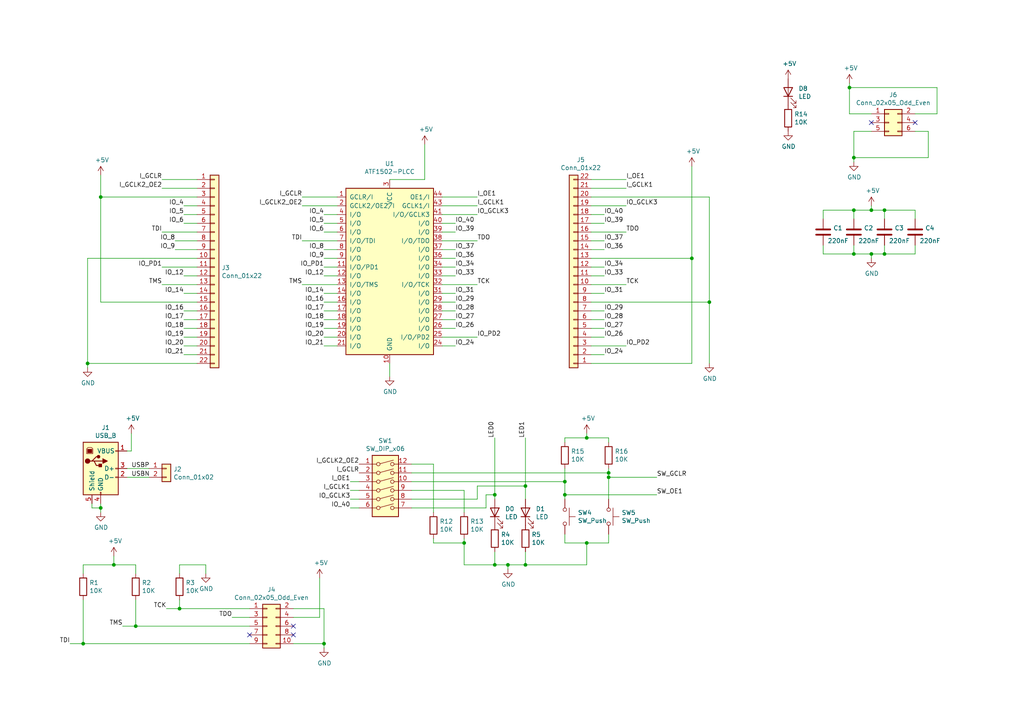
<source format=kicad_sch>
(kicad_sch (version 20211123) (generator eeschema)
  (paper "A4")
  (lib_symbols
    (symbol "ALXCO:ATF1502-PLCC" (pin_names (offset 1.016))
      (property "Reference" "U" (at 12.7 13.97 0))
      (property "Value" "ATF1502-PLCC" (at 12.7 16.51 0))
      (symbol "ATF1502-PLCC_1_1"
        (rectangle (start 0 0) (end 25.4 -48.26) (stroke (width 0.254)) (fill (type background)))
        (pin input line (at -2.54 -2.54 0) (length 2.54) (name "GCLR/I") (number "1"))
        (pin power_in line (at 12.7 -50.8 90) (length 2.54) (name "GND") (number "10"))
        (pin bidirectional line (at -2.54 -22.86 0) (length 2.54) (name "I/O/PD1") (number "11"))
        (pin bidirectional line (at -2.54 -25.4 0) (length 2.54) (name "I/O") (number "12"))
        (pin bidirectional line (at -2.54 -27.94 0) (length 2.54) (name "I/O/TMS") (number "13"))
        (pin bidirectional line (at -2.54 -30.48 0) (length 2.54) (name "I/O") (number "14"))
        (pin passive line (at 12.7 2.54 270) (length 2.54) hide (name "VCC") (number "15"))
        (pin bidirectional line (at -2.54 -33.02 0) (length 2.54) (name "I/O") (number "16"))
        (pin bidirectional line (at -2.54 -35.56 0) (length 2.54) (name "I/O") (number "17"))
        (pin bidirectional line (at -2.54 -38.1 0) (length 2.54) (name "I/O") (number "18"))
        (pin bidirectional line (at -2.54 -40.64 0) (length 2.54) (name "I/O") (number "19"))
        (pin input line (at -2.54 -5.08 0) (length 2.54) (name "GCLK2/OE2/I") (number "2"))
        (pin bidirectional line (at -2.54 -43.18 0) (length 2.54) (name "I/O") (number "20"))
        (pin bidirectional line (at -2.54 -45.72 0) (length 2.54) (name "I/O") (number "21"))
        (pin passive line (at 12.7 -50.8 90) (length 2.54) hide (name "GND") (number "22"))
        (pin passive line (at 12.7 2.54 270) (length 2.54) hide (name "VCC") (number "23"))
        (pin bidirectional line (at 27.94 -45.72 180) (length 2.54) (name "I/O") (number "24"))
        (pin bidirectional line (at 27.94 -43.18 180) (length 2.54) (name "I/O/PD2") (number "25"))
        (pin bidirectional line (at 27.94 -40.64 180) (length 2.54) (name "I/O") (number "26"))
        (pin bidirectional line (at 27.94 -38.1 180) (length 2.54) (name "I/O") (number "27"))
        (pin bidirectional line (at 27.94 -35.56 180) (length 2.54) (name "I/O") (number "28"))
        (pin bidirectional line (at 27.94 -33.02 180) (length 2.54) (name "I/O") (number "29"))
        (pin power_in line (at 12.7 2.54 270) (length 2.54) (name "VCC") (number "3"))
        (pin passive line (at 12.7 -50.8 90) (length 2.54) hide (name "GND") (number "30"))
        (pin bidirectional line (at 27.94 -30.48 180) (length 2.54) (name "I/O") (number "31"))
        (pin bidirectional line (at 27.94 -27.94 180) (length 2.54) (name "I/O/TCK") (number "32"))
        (pin bidirectional line (at 27.94 -25.4 180) (length 2.54) (name "I/O") (number "33"))
        (pin bidirectional line (at 27.94 -22.86 180) (length 2.54) (name "I/O") (number "34"))
        (pin passive line (at 12.7 2.54 270) (length 2.54) hide (name "VCC") (number "35"))
        (pin bidirectional line (at 27.94 -20.32 180) (length 2.54) (name "I/O") (number "36"))
        (pin bidirectional line (at 27.94 -17.78 180) (length 2.54) (name "I/O") (number "37"))
        (pin bidirectional line (at 27.94 -15.24 180) (length 2.54) (name "I/O/TDO") (number "38"))
        (pin bidirectional line (at 27.94 -12.7 180) (length 2.54) (name "I/O") (number "39"))
        (pin bidirectional line (at -2.54 -7.62 0) (length 2.54) (name "I/O") (number "4"))
        (pin bidirectional line (at 27.94 -10.16 180) (length 2.54) (name "I/O") (number "40"))
        (pin bidirectional line (at 27.94 -7.62 180) (length 2.54) (name "I/O/GCLK3") (number "41"))
        (pin passive line (at 12.7 -50.8 90) (length 2.54) hide (name "GND") (number "42"))
        (pin input line (at 27.94 -5.08 180) (length 2.54) (name "GCLK1/I") (number "43"))
        (pin input line (at 27.94 -2.54 180) (length 2.54) (name "OE1/I") (number "44"))
        (pin bidirectional line (at -2.54 -10.16 0) (length 2.54) (name "I/O") (number "5"))
        (pin bidirectional line (at -2.54 -12.7 0) (length 2.54) (name "I/O") (number "6"))
        (pin bidirectional line (at -2.54 -15.24 0) (length 2.54) (name "I/O/TDI") (number "7"))
        (pin bidirectional line (at -2.54 -17.78 0) (length 2.54) (name "I/O") (number "8"))
        (pin bidirectional line (at -2.54 -20.32 0) (length 2.54) (name "I/O") (number "9"))
      )
    )
    (symbol "Connector:USB_B" (pin_names (offset 1.016))
      (property "Reference" "J" (at -5.08 11.43 0))
      (property "Value" "USB_B" (at -5.08 8.89 0))
      (symbol "USB_B_0_1"
        (rectangle (start -5.08 -7.62) (end 5.08 7.62) (stroke (width 0.254)) (fill (type background)))
        (circle (center -3.81 2.159) (radius 0.635) (stroke (width 0.254)) (fill (type outline)))
        (rectangle (start -3.81 5.588) (end -2.54 4.572) (fill (type outline)))
        (circle (center -0.635 3.429) (radius 0.381) (stroke (width 0.254)) (fill (type outline)))
        (rectangle (start -0.127 -7.62) (end 0.127 -6.858))
        (polyline (pts (xy -1.905 2.159) (xy 0.635 2.159)) (stroke (width 0.254)))
        (polyline (pts (xy -3.175 2.159) (xy -2.54 2.159) (xy -1.27 3.429) (xy -0.635 3.429)) (stroke (width 0.254)))
        (polyline (pts (xy -2.54 2.159) (xy -1.905 2.159) (xy -1.27 0.889) (xy 0 0.889)) (stroke (width 0.254)))
        (polyline (pts (xy 0.635 2.794) (xy 0.635 1.524) (xy 1.905 2.159) (xy 0.635 2.794)) (stroke (width 0.254)) (fill (type outline)))
        (polyline (pts (xy -4.064 4.318) (xy -2.286 4.318) (xy -2.286 5.715) (xy -2.667 6.096) (xy -3.683 6.096) (xy -4.064 5.715) (xy -4.064 4.318)))
        (rectangle (start 0.254 1.27) (end -0.508 0.508) (stroke (width 0.254)) (fill (type outline)))
        (rectangle (start 5.08 -2.667) (end 4.318 -2.413))
        (rectangle (start 5.08 -0.127) (end 4.318 0.127))
        (rectangle (start 5.08 4.953) (end 4.318 5.207))
      )
      (symbol "USB_B_1_1"
        (pin power_out line (at 7.62 5.08 180) (length 2.54) (name "VBUS") (number "1"))
        (pin bidirectional line (at 7.62 -2.54 180) (length 2.54) (name "D-") (number "2"))
        (pin bidirectional line (at 7.62 0 180) (length 2.54) (name "D+") (number "3"))
        (pin power_out line (at 0 -10.16 90) (length 2.54) (name "GND") (number "4"))
        (pin passive line (at -2.54 -10.16 90) (length 2.54) (name "Shield") (number "5"))
      )
    )
    (symbol "Connector_Generic:Conn_01x02" (pin_names (offset 1.016) hide)
      (property "Reference" "J" (at 0 2.54 0))
      (property "Value" "Conn_01x02" (at 0 -5.08 0))
      (symbol "Conn_01x02_1_1"
        (rectangle (start -1.27 -2.413) (end 0 -2.667) (stroke (width 0.1524)))
        (rectangle (start -1.27 0.127) (end 0 -0.127) (stroke (width 0.1524)))
        (rectangle (start -1.27 1.27) (end 1.27 -3.81) (stroke (width 0.254)) (fill (type background)))
        (pin passive line (at -5.08 0 0) (length 3.81) (name "Pin_1") (number "1"))
        (pin passive line (at -5.08 -2.54 0) (length 3.81) (name "Pin_2") (number "2"))
      )
    )
    (symbol "Connector_Generic:Conn_01x22" (pin_names (offset 1.016) hide)
      (property "Reference" "J" (at 0 27.94 0))
      (property "Value" "Conn_01x22" (at 0 -30.48 0))
      (symbol "Conn_01x22_1_1"
        (rectangle (start -1.27 -27.813) (end 0 -28.067) (stroke (width 0.1524)))
        (rectangle (start -1.27 -25.273) (end 0 -25.527) (stroke (width 0.1524)))
        (rectangle (start -1.27 -22.733) (end 0 -22.987) (stroke (width 0.1524)))
        (rectangle (start -1.27 -20.193) (end 0 -20.447) (stroke (width 0.1524)))
        (rectangle (start -1.27 -17.653) (end 0 -17.907) (stroke (width 0.1524)))
        (rectangle (start -1.27 -15.113) (end 0 -15.367) (stroke (width 0.1524)))
        (rectangle (start -1.27 -12.573) (end 0 -12.827) (stroke (width 0.1524)))
        (rectangle (start -1.27 -10.033) (end 0 -10.287) (stroke (width 0.1524)))
        (rectangle (start -1.27 -7.493) (end 0 -7.747) (stroke (width 0.1524)))
        (rectangle (start -1.27 -4.953) (end 0 -5.207) (stroke (width 0.1524)))
        (rectangle (start -1.27 -2.413) (end 0 -2.667) (stroke (width 0.1524)))
        (rectangle (start -1.27 0.127) (end 0 -0.127) (stroke (width 0.1524)))
        (rectangle (start -1.27 2.667) (end 0 2.413) (stroke (width 0.1524)))
        (rectangle (start -1.27 5.207) (end 0 4.953) (stroke (width 0.1524)))
        (rectangle (start -1.27 7.747) (end 0 7.493) (stroke (width 0.1524)))
        (rectangle (start -1.27 10.287) (end 0 10.033) (stroke (width 0.1524)))
        (rectangle (start -1.27 12.827) (end 0 12.573) (stroke (width 0.1524)))
        (rectangle (start -1.27 15.367) (end 0 15.113) (stroke (width 0.1524)))
        (rectangle (start -1.27 17.907) (end 0 17.653) (stroke (width 0.1524)))
        (rectangle (start -1.27 20.447) (end 0 20.193) (stroke (width 0.1524)))
        (rectangle (start -1.27 22.987) (end 0 22.733) (stroke (width 0.1524)))
        (rectangle (start -1.27 25.527) (end 0 25.273) (stroke (width 0.1524)))
        (rectangle (start -1.27 26.67) (end 1.27 -29.21) (stroke (width 0.254)) (fill (type background)))
        (pin passive line (at -5.08 25.4 0) (length 3.81) (name "Pin_1") (number "1"))
        (pin passive line (at -5.08 2.54 0) (length 3.81) (name "Pin_10") (number "10"))
        (pin passive line (at -5.08 0 0) (length 3.81) (name "Pin_11") (number "11"))
        (pin passive line (at -5.08 -2.54 0) (length 3.81) (name "Pin_12") (number "12"))
        (pin passive line (at -5.08 -5.08 0) (length 3.81) (name "Pin_13") (number "13"))
        (pin passive line (at -5.08 -7.62 0) (length 3.81) (name "Pin_14") (number "14"))
        (pin passive line (at -5.08 -10.16 0) (length 3.81) (name "Pin_15") (number "15"))
        (pin passive line (at -5.08 -12.7 0) (length 3.81) (name "Pin_16") (number "16"))
        (pin passive line (at -5.08 -15.24 0) (length 3.81) (name "Pin_17") (number "17"))
        (pin passive line (at -5.08 -17.78 0) (length 3.81) (name "Pin_18") (number "18"))
        (pin passive line (at -5.08 -20.32 0) (length 3.81) (name "Pin_19") (number "19"))
        (pin passive line (at -5.08 22.86 0) (length 3.81) (name "Pin_2") (number "2"))
        (pin passive line (at -5.08 -22.86 0) (length 3.81) (name "Pin_20") (number "20"))
        (pin passive line (at -5.08 -25.4 0) (length 3.81) (name "Pin_21") (number "21"))
        (pin passive line (at -5.08 -27.94 0) (length 3.81) (name "Pin_22") (number "22"))
        (pin passive line (at -5.08 20.32 0) (length 3.81) (name "Pin_3") (number "3"))
        (pin passive line (at -5.08 17.78 0) (length 3.81) (name "Pin_4") (number "4"))
        (pin passive line (at -5.08 15.24 0) (length 3.81) (name "Pin_5") (number "5"))
        (pin passive line (at -5.08 12.7 0) (length 3.81) (name "Pin_6") (number "6"))
        (pin passive line (at -5.08 10.16 0) (length 3.81) (name "Pin_7") (number "7"))
        (pin passive line (at -5.08 7.62 0) (length 3.81) (name "Pin_8") (number "8"))
        (pin passive line (at -5.08 5.08 0) (length 3.81) (name "Pin_9") (number "9"))
      )
    )
    (symbol "Connector_Generic:Conn_02x03_Odd_Even" (pin_names (offset 1.016) hide)
      (property "Reference" "J" (at 1.27 5.08 0))
      (property "Value" "Conn_02x03_Odd_Even" (at 1.27 -5.08 0))
      (symbol "Conn_02x03_Odd_Even_1_1"
        (rectangle (start -1.27 -2.413) (end 0 -2.667) (stroke (width 0.1524)))
        (rectangle (start -1.27 0.127) (end 0 -0.127) (stroke (width 0.1524)))
        (rectangle (start -1.27 2.667) (end 0 2.413) (stroke (width 0.1524)))
        (rectangle (start -1.27 3.81) (end 3.81 -3.81) (stroke (width 0.254)) (fill (type background)))
        (rectangle (start 3.81 -2.413) (end 2.54 -2.667) (stroke (width 0.1524)))
        (rectangle (start 3.81 0.127) (end 2.54 -0.127) (stroke (width 0.1524)))
        (rectangle (start 3.81 2.667) (end 2.54 2.413) (stroke (width 0.1524)))
        (pin passive line (at -5.08 2.54 0) (length 3.81) (name "Pin_1") (number "1"))
        (pin passive line (at 7.62 2.54 180) (length 3.81) (name "Pin_2") (number "2"))
        (pin passive line (at -5.08 0 0) (length 3.81) (name "Pin_3") (number "3"))
        (pin passive line (at 7.62 0 180) (length 3.81) (name "Pin_4") (number "4"))
        (pin passive line (at -5.08 -2.54 0) (length 3.81) (name "Pin_5") (number "5"))
        (pin passive line (at 7.62 -2.54 180) (length 3.81) (name "Pin_6") (number "6"))
      )
    )
    (symbol "Connector_Generic:Conn_02x05_Odd_Even" (pin_names (offset 1.016) hide)
      (property "Reference" "J" (at 1.27 7.62 0))
      (property "Value" "Conn_02x05_Odd_Even" (at 1.27 -7.62 0))
      (symbol "Conn_02x05_Odd_Even_1_1"
        (rectangle (start -1.27 -4.953) (end 0 -5.207) (stroke (width 0.1524)))
        (rectangle (start -1.27 -2.413) (end 0 -2.667) (stroke (width 0.1524)))
        (rectangle (start -1.27 0.127) (end 0 -0.127) (stroke (width 0.1524)))
        (rectangle (start -1.27 2.667) (end 0 2.413) (stroke (width 0.1524)))
        (rectangle (start -1.27 5.207) (end 0 4.953) (stroke (width 0.1524)))
        (rectangle (start -1.27 6.35) (end 3.81 -6.35) (stroke (width 0.254)) (fill (type background)))
        (rectangle (start 3.81 -4.953) (end 2.54 -5.207) (stroke (width 0.1524)))
        (rectangle (start 3.81 -2.413) (end 2.54 -2.667) (stroke (width 0.1524)))
        (rectangle (start 3.81 0.127) (end 2.54 -0.127) (stroke (width 0.1524)))
        (rectangle (start 3.81 2.667) (end 2.54 2.413) (stroke (width 0.1524)))
        (rectangle (start 3.81 5.207) (end 2.54 4.953) (stroke (width 0.1524)))
        (pin passive line (at -5.08 5.08 0) (length 3.81) (name "Pin_1") (number "1"))
        (pin passive line (at 7.62 -5.08 180) (length 3.81) (name "Pin_10") (number "10"))
        (pin passive line (at 7.62 5.08 180) (length 3.81) (name "Pin_2") (number "2"))
        (pin passive line (at -5.08 2.54 0) (length 3.81) (name "Pin_3") (number "3"))
        (pin passive line (at 7.62 2.54 180) (length 3.81) (name "Pin_4") (number "4"))
        (pin passive line (at -5.08 0 0) (length 3.81) (name "Pin_5") (number "5"))
        (pin passive line (at 7.62 0 180) (length 3.81) (name "Pin_6") (number "6"))
        (pin passive line (at -5.08 -2.54 0) (length 3.81) (name "Pin_7") (number "7"))
        (pin passive line (at 7.62 -2.54 180) (length 3.81) (name "Pin_8") (number "8"))
        (pin passive line (at -5.08 -5.08 0) (length 3.81) (name "Pin_9") (number "9"))
      )
    )
    (symbol "Device:C" (pin_numbers hide) (pin_names (offset 0.254))
      (property "Reference" "C" (at 0.635 2.54 0))
      (property "Value" "C" (at 0.635 -2.54 0))
      (symbol "C_0_1"
        (polyline (pts (xy -2.032 -0.762) (xy 2.032 -0.762)) (stroke (width 0.508)))
        (polyline (pts (xy -2.032 0.762) (xy 2.032 0.762)) (stroke (width 0.508)))
      )
      (symbol "C_1_1"
        (pin passive line (at 0 3.81 270) (length 2.794) (name "~") (number "1"))
        (pin passive line (at 0 -3.81 90) (length 2.794) (name "~") (number "2"))
      )
    )
    (symbol "Device:LED" (pin_numbers hide) (pin_names (offset 1.016) hide)
      (property "Reference" "D" (at 0 2.54 0))
      (property "Value" "LED" (at 0 -2.54 0))
      (symbol "LED_0_1"
        (polyline (pts (xy -1.27 -1.27) (xy -1.27 1.27)) (stroke (width 0.254)))
        (polyline (pts (xy -1.27 0) (xy 1.27 0)))
        (polyline (pts (xy 1.27 -1.27) (xy 1.27 1.27) (xy -1.27 0) (xy 1.27 -1.27)) (stroke (width 0.254)))
        (polyline (pts (xy -3.048 -0.762) (xy -4.572 -2.286) (xy -3.81 -2.286) (xy -4.572 -2.286) (xy -4.572 -1.524)))
        (polyline (pts (xy -1.778 -0.762) (xy -3.302 -2.286) (xy -2.54 -2.286) (xy -3.302 -2.286) (xy -3.302 -1.524)))
      )
      (symbol "LED_1_1"
        (pin passive line (at -3.81 0 0) (length 2.54) (name "K") (number "1"))
        (pin passive line (at 3.81 0 180) (length 2.54) (name "A") (number "2"))
      )
    )
    (symbol "Device:R" (pin_numbers hide) (pin_names (offset 0))
      (property "Reference" "R" (at 2.032 0 90))
      (property "Value" "R" (at 0 0 90))
      (symbol "R_0_1"
        (rectangle (start -1.016 -2.54) (end 1.016 2.54) (stroke (width 0.254)))
      )
      (symbol "R_1_1"
        (pin passive line (at 0 3.81 270) (length 1.27) (name "~") (number "1"))
        (pin passive line (at 0 -3.81 90) (length 1.27) (name "~") (number "2"))
      )
    )
    (symbol "Switch:SW_DIP_x06" (pin_names (offset 0) hide)
      (property "Reference" "SW" (at 0 11.43 0))
      (property "Value" "SW_DIP_x06" (at 0 -8.89 0))
      (symbol "SW_DIP_x06_0_0"
        (circle (center -2.032 -5.08) (radius 0.508))
        (circle (center -2.032 -2.54) (radius 0.508))
        (circle (center -2.032 0) (radius 0.508))
        (circle (center -2.032 2.54) (radius 0.508))
        (circle (center -2.032 5.08) (radius 0.508))
        (circle (center -2.032 7.62) (radius 0.508))
        (polyline (pts (xy -1.524 -4.9276) (xy 2.3622 -3.8862)))
        (polyline (pts (xy -1.524 -2.3876) (xy 2.3622 -1.3462)))
        (polyline (pts (xy -1.524 0.127) (xy 2.3622 1.1684)))
        (polyline (pts (xy -1.524 2.667) (xy 2.3622 3.7084)))
        (polyline (pts (xy -1.524 5.207) (xy 2.3622 6.2484)))
        (polyline (pts (xy -1.524 7.747) (xy 2.3622 8.7884)))
        (circle (center 2.032 -5.08) (radius 0.508))
        (circle (center 2.032 -2.54) (radius 0.508))
        (circle (center 2.032 0) (radius 0.508))
        (circle (center 2.032 2.54) (radius 0.508))
        (circle (center 2.032 5.08) (radius 0.508))
        (circle (center 2.032 7.62) (radius 0.508))
      )
      (symbol "SW_DIP_x06_0_1"
        (rectangle (start -3.81 10.16) (end 3.81 -7.62) (stroke (width 0.254)) (fill (type background)))
      )
      (symbol "SW_DIP_x06_1_1"
        (pin passive line (at -7.62 7.62 0) (length 5.08) (name "~") (number "1"))
        (pin passive line (at 7.62 2.54 180) (length 5.08) (name "~") (number "10"))
        (pin passive line (at 7.62 5.08 180) (length 5.08) (name "~") (number "11"))
        (pin passive line (at 7.62 7.62 180) (length 5.08) (name "~") (number "12"))
        (pin passive line (at -7.62 5.08 0) (length 5.08) (name "~") (number "2"))
        (pin passive line (at -7.62 2.54 0) (length 5.08) (name "~") (number "3"))
        (pin passive line (at -7.62 0 0) (length 5.08) (name "~") (number "4"))
        (pin passive line (at -7.62 -2.54 0) (length 5.08) (name "~") (number "5"))
        (pin passive line (at -7.62 -5.08 0) (length 5.08) (name "~") (number "6"))
        (pin passive line (at 7.62 -5.08 180) (length 5.08) (name "~") (number "7"))
        (pin passive line (at 7.62 -2.54 180) (length 5.08) (name "~") (number "8"))
        (pin passive line (at 7.62 0 180) (length 5.08) (name "~") (number "9"))
      )
    )
    (symbol "Switch:SW_Push" (pin_numbers hide) (pin_names (offset 1.016) hide)
      (property "Reference" "SW" (at 1.27 2.54 0))
      (property "Value" "SW_Push" (at 0 -1.524 0))
      (symbol "SW_Push_0_1"
        (circle (center -2.032 0) (radius 0.508))
        (polyline (pts (xy 0 1.27) (xy 0 3.048)))
        (polyline (pts (xy 2.54 1.27) (xy -2.54 1.27)))
        (circle (center 2.032 0) (radius 0.508))
        (pin passive line (at -5.08 0 0) (length 2.54) (name "1") (number "1"))
        (pin passive line (at 5.08 0 180) (length 2.54) (name "2") (number "2"))
      )
    )
    (symbol "power:+5V" (power) (pin_names (offset 0))
      (property "Value" "+5V" (at 0 3.556 0))
      (symbol "+5V_0_1"
        (polyline (pts (xy -0.762 1.27) (xy 0 2.54)))
        (polyline (pts (xy 0 0) (xy 0 2.54)))
        (polyline (pts (xy 0 2.54) (xy 0.762 1.27)))
      )
      (symbol "+5V_1_1"
        (pin power_in line (at 0 0 90) (length 0) hide (name "+5V") (number "1"))
      )
    )
    (symbol "power:GND" (power) (pin_names (offset 0))
      (property "Value" "GND" (at 0 -3.81 0))
      (symbol "GND_0_1"
        (polyline (pts (xy 0 0) (xy 0 -1.27) (xy 1.27 -1.27) (xy 0 -2.54) (xy -1.27 -1.27) (xy 0 -1.27)))
      )
      (symbol "GND_1_1"
        (pin power_in line (at 0 0 270) (length 0) hide (name "GND") (number "1"))
      )
    )
  )
  (junction (at 163.83 139.7))
  (junction (at 247.65 45.72))
  (junction (at 176.53 138.43))
  (junction (at 24.13 186.69))
  (junction (at 152.4 140.97))
  (junction (at 200.66 74.93))
  (junction (at 252.73 60.96))
  (junction (at 25.4 105.41))
  (junction (at 252.73 73.66))
  (junction (at 29.21 147.32))
  (junction (at 143.51 163.83))
  (junction (at 147.32 163.83))
  (junction (at 33.02 163.83))
  (junction (at 93.98 186.69))
  (junction (at 134.62 157.48))
  (junction (at 205.74 87.63))
  (junction (at 170.18 127))
  (junction (at 152.4 163.83))
  (junction (at 176.53 137.16))
  (junction (at 247.65 73.66))
  (junction (at 256.54 60.96))
  (junction (at 246.38 25.4))
  (junction (at 163.83 143.51))
  (junction (at 52.07 176.53))
  (junction (at 256.54 73.66))
  (junction (at 247.65 60.96))
  (junction (at 170.18 157.48))
  (junction (at 143.51 143.51))
  (junction (at 29.21 57.15))
  (junction (at 39.37 181.61))
  (no_connect (at 265.43 35.56))
  (no_connect (at 252.73 35.56))
  (no_connect (at 72.39 184.15))
  (no_connect (at 85.09 184.15))
  (no_connect (at 85.09 181.61))
  (wire (pts (xy 87.63 57.15) (xy 97.79 57.15)))
  (wire (pts (xy 72.39 179.07) (xy 67.31 179.07)))
  (wire (pts (xy 175.26 90.17) (xy 171.45 90.17)))
  (wire (pts (xy 143.51 163.83) (xy 147.32 163.83)))
  (wire (pts (xy 200.66 74.93) (xy 200.66 105.41)))
  (wire (pts (xy 53.34 102.87) (xy 57.15 102.87)))
  (wire (pts (xy 29.21 50.8) (xy 29.21 57.15)))
  (wire (pts (xy 101.6 147.32) (xy 104.14 147.32)))
  (wire (pts (xy 101.6 142.24) (xy 104.14 142.24)))
  (wire (pts (xy 50.8 69.85) (xy 57.15 69.85)))
  (wire (pts (xy 93.98 92.71) (xy 97.79 92.71)))
  (wire (pts (xy 72.39 181.61) (xy 39.37 181.61)))
  (wire (pts (xy 93.98 87.63) (xy 97.79 87.63)))
  (wire (pts (xy 143.51 143.51) (xy 143.51 144.78)))
  (wire (pts (xy 143.51 160.02) (xy 143.51 163.83)))
  (wire (pts (xy 163.83 135.89) (xy 163.83 139.7)))
  (wire (pts (xy 29.21 147.32) (xy 29.21 148.59)))
  (wire (pts (xy 33.02 163.83) (xy 39.37 163.83)))
  (wire (pts (xy 93.98 100.33) (xy 97.79 100.33)))
  (wire (pts (xy 205.74 57.15) (xy 205.74 87.63)))
  (wire (pts (xy 138.43 140.97) (xy 152.4 140.97)))
  (wire (pts (xy 140.97 143.51) (xy 143.51 143.51)))
  (wire (pts (xy 46.99 82.55) (xy 57.15 82.55)))
  (wire (pts (xy 24.13 186.69) (xy 20.32 186.69)))
  (wire (pts (xy 175.26 95.25) (xy 171.45 95.25)))
  (wire (pts (xy 170.18 157.48) (xy 176.53 157.48)))
  (wire (pts (xy 132.08 72.39) (xy 128.27 72.39)))
  (wire (pts (xy 85.09 186.69) (xy 93.98 186.69)))
  (wire (pts (xy 265.43 60.96) (xy 265.43 63.5)))
  (wire (pts (xy 132.08 92.71) (xy 128.27 92.71)))
  (wire (pts (xy 132.08 67.31) (xy 128.27 67.31)))
  (wire (pts (xy 175.26 72.39) (xy 171.45 72.39)))
  (wire (pts (xy 246.38 25.4) (xy 246.38 33.02)))
  (wire (pts (xy 119.38 139.7) (xy 163.83 139.7)))
  (wire (pts (xy 252.73 60.96) (xy 252.73 59.69)))
  (wire (pts (xy 175.26 62.23) (xy 171.45 62.23)))
  (wire (pts (xy 271.78 25.4) (xy 271.78 33.02)))
  (wire (pts (xy 25.4 105.41) (xy 25.4 106.68)))
  (wire (pts (xy 175.26 69.85) (xy 171.45 69.85)))
  (wire (pts (xy 132.08 90.17) (xy 128.27 90.17)))
  (wire (pts (xy 72.39 186.69) (xy 24.13 186.69)))
  (wire (pts (xy 246.38 24.13) (xy 246.38 25.4)))
  (wire (pts (xy 181.61 54.61) (xy 171.45 54.61)))
  (wire (pts (xy 36.83 130.81) (xy 38.1 130.81)))
  (wire (pts (xy 152.4 163.83) (xy 170.18 163.83)))
  (wire (pts (xy 26.67 146.05) (xy 26.67 147.32)))
  (wire (pts (xy 140.97 147.32) (xy 140.97 143.51)))
  (wire (pts (xy 246.38 25.4) (xy 271.78 25.4)))
  (wire (pts (xy 101.6 144.78) (xy 104.14 144.78)))
  (wire (pts (xy 181.61 67.31) (xy 171.45 67.31)))
  (wire (pts (xy 93.98 74.93) (xy 97.79 74.93)))
  (wire (pts (xy 24.13 163.83) (xy 33.02 163.83)))
  (wire (pts (xy 163.83 139.7) (xy 163.83 143.51)))
  (wire (pts (xy 252.73 38.1) (xy 247.65 38.1)))
  (wire (pts (xy 247.65 60.96) (xy 252.73 60.96)))
  (wire (pts (xy 175.26 80.01) (xy 171.45 80.01)))
  (wire (pts (xy 52.07 166.37) (xy 52.07 163.83)))
  (wire (pts (xy 93.98 77.47) (xy 97.79 77.47)))
  (wire (pts (xy 163.83 157.48) (xy 170.18 157.48)))
  (wire (pts (xy 138.43 144.78) (xy 138.43 140.97)))
  (wire (pts (xy 93.98 97.79) (xy 97.79 97.79)))
  (wire (pts (xy 93.98 85.09) (xy 97.79 85.09)))
  (wire (pts (xy 87.63 69.85) (xy 97.79 69.85)))
  (wire (pts (xy 247.65 45.72) (xy 247.65 46.99)))
  (wire (pts (xy 163.83 128.27) (xy 163.83 127)))
  (wire (pts (xy 29.21 146.05) (xy 29.21 147.32)))
  (wire (pts (xy 53.34 64.77) (xy 57.15 64.77)))
  (wire (pts (xy 200.66 48.26) (xy 200.66 74.93)))
  (wire (pts (xy 176.53 127) (xy 170.18 127)))
  (wire (pts (xy 24.13 166.37) (xy 24.13 163.83)))
  (wire (pts (xy 113.03 52.07) (xy 123.19 52.07)))
  (wire (pts (xy 134.62 157.48) (xy 134.62 163.83)))
  (wire (pts (xy 53.34 95.25) (xy 57.15 95.25)))
  (wire (pts (xy 132.08 85.09) (xy 128.27 85.09)))
  (wire (pts (xy 269.24 45.72) (xy 247.65 45.72)))
  (wire (pts (xy 25.4 74.93) (xy 25.4 105.41)))
  (wire (pts (xy 134.62 156.21) (xy 134.62 157.48)))
  (wire (pts (xy 92.71 179.07) (xy 92.71 167.64)))
  (wire (pts (xy 170.18 163.83) (xy 170.18 157.48)))
  (wire (pts (xy 152.4 127) (xy 152.4 140.97)))
  (wire (pts (xy 119.38 144.78) (xy 138.43 144.78)))
  (wire (pts (xy 52.07 176.53) (xy 52.07 173.99)))
  (wire (pts (xy 53.34 97.79) (xy 57.15 97.79)))
  (wire (pts (xy 46.99 54.61) (xy 57.15 54.61)))
  (wire (pts (xy 132.08 64.77) (xy 128.27 64.77)))
  (wire (pts (xy 125.73 156.21) (xy 125.73 157.48)))
  (wire (pts (xy 93.98 90.17) (xy 97.79 90.17)))
  (wire (pts (xy 72.39 176.53) (xy 52.07 176.53)))
  (wire (pts (xy 175.26 85.09) (xy 171.45 85.09)))
  (wire (pts (xy 134.62 142.24) (xy 134.62 148.59)))
  (wire (pts (xy 163.83 143.51) (xy 163.83 144.78)))
  (wire (pts (xy 265.43 73.66) (xy 265.43 71.12)))
  (wire (pts (xy 143.51 127) (xy 143.51 143.51)))
  (wire (pts (xy 125.73 157.48) (xy 134.62 157.48)))
  (wire (pts (xy 181.61 52.07) (xy 171.45 52.07)))
  (wire (pts (xy 104.14 139.7) (xy 101.6 139.7)))
  (wire (pts (xy 93.98 72.39) (xy 97.79 72.39)))
  (wire (pts (xy 132.08 80.01) (xy 128.27 80.01)))
  (wire (pts (xy 119.38 142.24) (xy 134.62 142.24)))
  (wire (pts (xy 171.45 74.93) (xy 200.66 74.93)))
  (wire (pts (xy 138.43 82.55) (xy 128.27 82.55)))
  (wire (pts (xy 29.21 57.15) (xy 57.15 57.15)))
  (wire (pts (xy 176.53 128.27) (xy 176.53 127)))
  (wire (pts (xy 132.08 77.47) (xy 128.27 77.47)))
  (wire (pts (xy 265.43 33.02) (xy 271.78 33.02)))
  (wire (pts (xy 93.98 95.25) (xy 97.79 95.25)))
  (wire (pts (xy 119.38 134.62) (xy 125.73 134.62)))
  (wire (pts (xy 38.1 130.81) (xy 38.1 125.73)))
  (wire (pts (xy 181.61 82.55) (xy 171.45 82.55)))
  (wire (pts (xy 163.83 127) (xy 170.18 127)))
  (wire (pts (xy 252.73 74.93) (xy 252.73 73.66)))
  (wire (pts (xy 93.98 186.69) (xy 93.98 187.96)))
  (wire (pts (xy 123.19 52.07) (xy 123.19 41.91)))
  (wire (pts (xy 163.83 143.51) (xy 190.5 143.51)))
  (wire (pts (xy 175.26 97.79) (xy 171.45 97.79)))
  (wire (pts (xy 125.73 148.59) (xy 125.73 134.62)))
  (wire (pts (xy 175.26 102.87) (xy 171.45 102.87)))
  (wire (pts (xy 181.61 59.69) (xy 171.45 59.69)))
  (wire (pts (xy 87.63 82.55) (xy 97.79 82.55)))
  (wire (pts (xy 57.15 52.07) (xy 46.99 52.07)))
  (wire (pts (xy 200.66 105.41) (xy 171.45 105.41)))
  (wire (pts (xy 39.37 181.61) (xy 35.56 181.61)))
  (wire (pts (xy 93.98 67.31) (xy 97.79 67.31)))
  (wire (pts (xy 171.45 87.63) (xy 205.74 87.63)))
  (wire (pts (xy 119.38 147.32) (xy 140.97 147.32)))
  (wire (pts (xy 132.08 87.63) (xy 128.27 87.63)))
  (wire (pts (xy 53.34 59.69) (xy 57.15 59.69)))
  (wire (pts (xy 57.15 74.93) (xy 25.4 74.93)))
  (wire (pts (xy 238.76 71.12) (xy 238.76 73.66)))
  (wire (pts (xy 152.4 160.02) (xy 152.4 163.83)))
  (wire (pts (xy 176.53 138.43) (xy 176.53 144.78)))
  (wire (pts (xy 53.34 90.17) (xy 57.15 90.17)))
  (wire (pts (xy 50.8 72.39) (xy 57.15 72.39)))
  (wire (pts (xy 269.24 38.1) (xy 269.24 45.72)))
  (wire (pts (xy 26.67 147.32) (xy 29.21 147.32)))
  (wire (pts (xy 46.99 77.47) (xy 57.15 77.47)))
  (wire (pts (xy 33.02 161.29) (xy 33.02 163.83)))
  (wire (pts (xy 176.53 154.94) (xy 176.53 157.48)))
  (wire (pts (xy 24.13 186.69) (xy 24.13 173.99)))
  (wire (pts (xy 53.34 80.01) (xy 57.15 80.01)))
  (wire (pts (xy 138.43 59.69) (xy 128.27 59.69)))
  (wire (pts (xy 256.54 73.66) (xy 265.43 73.66)))
  (wire (pts (xy 85.09 179.07) (xy 92.71 179.07)))
  (wire (pts (xy 256.54 60.96) (xy 256.54 63.5)))
  (wire (pts (xy 138.43 97.79) (xy 128.27 97.79)))
  (wire (pts (xy 252.73 60.96) (xy 256.54 60.96)))
  (wire (pts (xy 53.34 100.33) (xy 57.15 100.33)))
  (wire (pts (xy 128.27 100.33) (xy 132.08 100.33)))
  (wire (pts (xy 39.37 163.83) (xy 39.37 166.37)))
  (wire (pts (xy 181.61 100.33) (xy 171.45 100.33)))
  (wire (pts (xy 134.62 163.83) (xy 143.51 163.83)))
  (wire (pts (xy 36.83 138.43) (xy 43.18 138.43)))
  (wire (pts (xy 170.18 127) (xy 170.18 125.73)))
  (wire (pts (xy 247.65 60.96) (xy 238.76 60.96)))
  (wire (pts (xy 175.26 64.77) (xy 171.45 64.77)))
  (wire (pts (xy 138.43 57.15) (xy 128.27 57.15)))
  (wire (pts (xy 176.53 137.16) (xy 176.53 138.43)))
  (wire (pts (xy 163.83 157.48) (xy 163.83 154.94)))
  (wire (pts (xy 29.21 57.15) (xy 29.21 87.63)))
  (wire (pts (xy 147.32 163.83) (xy 147.32 165.1)))
  (wire (pts (xy 238.76 73.66) (xy 247.65 73.66)))
  (wire (pts (xy 247.65 38.1) (xy 247.65 45.72)))
  (wire (pts (xy 246.38 33.02) (xy 252.73 33.02)))
  (wire (pts (xy 265.43 38.1) (xy 269.24 38.1)))
  (wire (pts (xy 93.98 62.23) (xy 97.79 62.23)))
  (wire (pts (xy 256.54 73.66) (xy 256.54 71.12)))
  (wire (pts (xy 93.98 186.69) (xy 93.98 176.53)))
  (wire (pts (xy 138.43 69.85) (xy 128.27 69.85)))
  (wire (pts (xy 52.07 163.83) (xy 59.69 163.83)))
  (wire (pts (xy 59.69 163.83) (xy 59.69 166.37)))
  (wire (pts (xy 46.99 67.31) (xy 57.15 67.31)))
  (wire (pts (xy 252.73 73.66) (xy 247.65 73.66)))
  (wire (pts (xy 176.53 138.43) (xy 190.5 138.43)))
  (wire (pts (xy 53.34 85.09) (xy 57.15 85.09)))
  (wire (pts (xy 93.98 80.01) (xy 97.79 80.01)))
  (wire (pts (xy 247.65 73.66) (xy 247.65 71.12)))
  (wire (pts (xy 176.53 137.16) (xy 176.53 135.89)))
  (wire (pts (xy 171.45 57.15) (xy 205.74 57.15)))
  (wire (pts (xy 93.98 64.77) (xy 97.79 64.77)))
  (wire (pts (xy 119.38 137.16) (xy 176.53 137.16)))
  (wire (pts (xy 175.26 77.47) (xy 171.45 77.47)))
  (wire (pts (xy 132.08 95.25) (xy 128.27 95.25)))
  (wire (pts (xy 247.65 63.5) (xy 247.65 60.96)))
  (wire (pts (xy 93.98 176.53) (xy 85.09 176.53)))
  (wire (pts (xy 252.73 73.66) (xy 256.54 73.66)))
  (wire (pts (xy 238.76 60.96) (xy 238.76 63.5)))
  (wire (pts (xy 256.54 60.96) (xy 265.43 60.96)))
  (wire (pts (xy 36.83 135.89) (xy 43.18 135.89)))
  (wire (pts (xy 175.26 92.71) (xy 171.45 92.71)))
  (wire (pts (xy 52.07 176.53) (xy 48.26 176.53)))
  (wire (pts (xy 147.32 163.83) (xy 152.4 163.83)))
  (wire (pts (xy 205.74 87.63) (xy 205.74 105.41)))
  (wire (pts (xy 57.15 105.41) (xy 25.4 105.41)))
  (wire (pts (xy 53.34 62.23) (xy 57.15 62.23)))
  (wire (pts (xy 138.43 62.23) (xy 128.27 62.23)))
  (wire (pts (xy 29.21 87.63) (xy 57.15 87.63)))
  (wire (pts (xy 39.37 181.61) (xy 39.37 173.99)))
  (wire (pts (xy 132.08 74.93) (xy 128.27 74.93)))
  (wire (pts (xy 53.34 92.71) (xy 57.15 92.71)))
  (wire (pts (xy 152.4 140.97) (xy 152.4 144.78)))
  (wire (pts (xy 113.03 105.41) (xy 113.03 109.22)))
  (wire (pts (xy 87.63 59.69) (xy 97.79 59.69)))
  (label "IO_26" (at 175.26 97.79 0))
  (label "IO_28" (at 175.26 92.71 0))
  (label "TCK" (at 48.26 176.53 180))
  (label "IO_9" (at 50.8 72.39 180))
  (label "TCK" (at 138.43 82.55 0))
  (label "TDO" (at 67.31 179.07 180))
  (label "IO_20" (at 93.98 97.79 180))
  (label "IO_PD1" (at 93.98 77.47 180))
  (label "IO_20" (at 53.34 100.33 180))
  (label "I_GCLR" (at 46.99 52.07 180))
  (label "IO_5" (at 53.34 62.23 180))
  (label "IO_8" (at 93.98 72.39 180))
  (label "IO_24" (at 132.08 100.33 0))
  (label "IO_37" (at 132.08 72.39 0))
  (label "IO_GCLK3" (at 181.61 59.69 0))
  (label "IO_36" (at 175.26 72.39 0))
  (label "IO_17" (at 93.98 90.17 180))
  (label "IO_27" (at 175.26 95.25 0))
  (label "IO_5" (at 93.98 64.77 180))
  (label "TDI" (at 20.32 186.69 180))
  (label "IO_6" (at 93.98 67.31 180))
  (label "TDO" (at 138.43 69.85 0))
  (label "I_GCLK2_OE2" (at 46.99 54.61 180))
  (label "I_OE1" (at 181.61 52.07 0))
  (label "IO_31" (at 132.08 85.09 0))
  (label "IO_28" (at 132.08 90.17 0))
  (label "IO_31" (at 175.26 85.09 0))
  (label "IO_33" (at 132.08 80.01 0))
  (label "IO_39" (at 175.26 64.77 0))
  (label "USBP" (at 38.1 135.89 0))
  (label "IO_21" (at 53.34 102.87 180))
  (label "TCK" (at 181.61 82.55 0))
  (label "TDI" (at 46.99 67.31 180))
  (label "IO_26" (at 132.08 95.25 0))
  (label "SW_GCLR" (at 190.5 138.43 0))
  (label "IO_14" (at 53.34 85.09 180))
  (label "IO_12" (at 93.98 80.01 180))
  (label "IO_21" (at 93.98 100.33 180))
  (label "TMS" (at 46.99 82.55 180))
  (label "I_GCLR" (at 87.63 57.15 180))
  (label "TMS" (at 87.63 82.55 180))
  (label "IO_8" (at 50.8 69.85 180))
  (label "IO_36" (at 132.08 74.93 0))
  (label "IO_19" (at 53.34 97.79 180))
  (label "I_GCLK1" (at 181.61 54.61 0))
  (label "IO_34" (at 132.08 77.47 0))
  (label "I_GCLR" (at 104.14 137.16 180))
  (label "TDI" (at 87.63 69.85 180))
  (label "IO_9" (at 93.98 74.93 180))
  (label "IO_40" (at 175.26 62.23 0))
  (label "TMS" (at 35.56 181.61 180))
  (label "IO_GCLK3" (at 101.6 144.78 180))
  (label "IO_27" (at 132.08 92.71 0))
  (label "IO_6" (at 53.34 64.77 180))
  (label "IO_4" (at 93.98 62.23 180))
  (label "IO_16" (at 93.98 87.63 180))
  (label "IO_GCLK3" (at 138.43 62.23 0))
  (label "IO_17" (at 53.34 92.71 180))
  (label "I_GCLK1" (at 138.43 59.69 0))
  (label "IO_18" (at 93.98 92.71 180))
  (label "IO_24" (at 175.26 102.87 0))
  (label "IO_PD1" (at 46.99 77.47 180))
  (label "I_GCLK2_OE2" (at 87.63 59.69 180))
  (label "SW_OE1" (at 190.5 143.51 0))
  (label "IO_40" (at 101.6 147.32 180))
  (label "IO_12" (at 53.34 80.01 180))
  (label "USBN" (at 38.1 138.43 0))
  (label "TDO" (at 181.61 67.31 0))
  (label "IO_39" (at 132.08 67.31 0))
  (label "IO_40" (at 132.08 64.77 0))
  (label "LED0" (at 143.51 127 90))
  (label "IO_18" (at 53.34 95.25 180))
  (label "LED1" (at 152.4 127 90))
  (label "IO_4" (at 53.34 59.69 180))
  (label "IO_33" (at 175.26 80.01 0))
  (label "IO_14" (at 93.98 85.09 180))
  (label "I_OE1" (at 138.43 57.15 0))
  (label "I_OE1" (at 101.6 139.7 180))
  (label "IO_37" (at 175.26 69.85 0))
  (label "IO_PD2" (at 138.43 97.79 0))
  (label "IO_PD2" (at 181.61 100.33 0))
  (label "IO_29" (at 132.08 87.63 0))
  (label "IO_29" (at 175.26 90.17 0))
  (label "IO_19" (at 93.98 95.25 180))
  (label "I_GCLK1" (at 101.6 142.24 180))
  (label "IO_16" (at 53.34 90.17 180))
  (label "I_GCLK2_OE2" (at 104.14 134.62 180))
  (label "IO_34" (at 175.26 77.47 0))
  (symbol (lib_id "ALXCO:ATF1502-PLCC") (at 100.33 54.61 0) (unit 1)
    (property "Reference" "U1" (at 113.03 47.4726 0))
    (property "Value" "ATF1502-PLCC" (at 113.03 49.784 0))
    (property "Footprint" "Package_LCC:PLCC-44_THT-Socket" (effects hide))
  )
  (symbol (lib_id "power:+5V") (at 123.19 41.91 0) (unit 1)
    (property "Reference" "#PWR010" (effects hide))
    (property "Value" "+5V" (at 123.571 37.5158 0))
  )
  (symbol (lib_id "power:GND") (at 113.03 109.22 0) (unit 1)
    (property "Reference" "#PWR09" (effects hide))
    (property "Value" "GND" (at 113.157 113.6142 0))
  )
  (symbol (lib_id "Connector_Generic:Conn_01x22") (at 62.23 77.47 0) (unit 1)
    (property "Reference" "J3" (at 64.262 77.6732 0) (effects (justify left)))
    (property "Value" "Conn_01x22" (at 64.262 79.9846 0) (effects (justify left)))
    (property "Footprint" "Connector_PinHeader_2.54mm:PinHeader_1x22_P2.54mm_Vertical" (effects hide))
  )
  (symbol (lib_id "Connector_Generic:Conn_01x22") (at 166.37 80.01 180) (unit 1)
    (property "Reference" "J5" (at 168.4528 46.355 0))
    (property "Value" "Conn_01x22" (at 168.4528 48.6664 0))
    (property "Footprint" "Connector_PinHeader_2.54mm:PinHeader_1x22_P2.54mm_Vertical" (effects hide))
  )
  (symbol (lib_id "power:GND") (at 25.4 106.68 0) (unit 1)
    (property "Reference" "#PWR01" (effects hide))
    (property "Value" "GND" (at 25.527 111.0742 0))
  )
  (symbol (lib_id "power:+5V") (at 29.21 50.8 0) (unit 1)
    (property "Reference" "#PWR02" (effects hide))
    (property "Value" "+5V" (at 29.591 46.4058 0))
  )
  (symbol (lib_id "power:+5V") (at 200.66 48.26 0) (unit 1)
    (property "Reference" "#PWR012" (effects hide))
    (property "Value" "+5V" (at 201.041 43.8658 0))
  )
  (symbol (lib_id "power:GND") (at 205.74 105.41 0) (unit 1)
    (property "Reference" "#PWR013" (effects hide))
    (property "Value" "GND" (at 205.867 109.8042 0))
  )
  (symbol (lib_id "Device:R") (at 24.13 170.18 0) (unit 1)
    (property "Reference" "R1" (at 25.908 169.0116 0) (effects (justify left)))
    (property "Value" "10K" (at 25.908 171.323 0) (effects (justify left)))
    (property "Footprint" "Resistor_THT:R_Axial_DIN0207_L6.3mm_D2.5mm_P7.62mm_Horizontal" (effects hide))
  )
  (symbol (lib_id "Device:R") (at 39.37 170.18 0) (unit 1)
    (property "Reference" "R2" (at 41.148 169.0116 0) (effects (justify left)))
    (property "Value" "10K" (at 41.148 171.323 0) (effects (justify left)))
    (property "Footprint" "Resistor_THT:R_Axial_DIN0207_L6.3mm_D2.5mm_P7.62mm_Horizontal" (effects hide))
  )
  (symbol (lib_id "Device:R") (at 52.07 170.18 0) (unit 1)
    (property "Reference" "R3" (at 53.848 169.0116 0) (effects (justify left)))
    (property "Value" "10K" (at 53.848 171.323 0) (effects (justify left)))
    (property "Footprint" "Resistor_THT:R_Axial_DIN0207_L6.3mm_D2.5mm_P7.62mm_Horizontal" (effects hide))
  )
  (symbol (lib_id "Connector_Generic:Conn_02x05_Odd_Even") (at 77.47 181.61 0) (unit 1)
    (property "Reference" "J4" (at 78.74 171.0182 0))
    (property "Value" "Conn_02x05_Odd_Even" (at 78.74 173.3296 0))
    (property "Footprint" "Connector_PinHeader_2.54mm:PinHeader_2x05_P2.54mm_Vertical" (effects hide))
  )
  (symbol (lib_id "power:GND") (at 59.69 166.37 0) (unit 1)
    (property "Reference" "#PWR06" (effects hide))
    (property "Value" "GND" (at 59.817 170.7642 0))
  )
  (symbol (lib_id "power:+5V") (at 33.02 161.29 0) (unit 1)
    (property "Reference" "#PWR04" (effects hide))
    (property "Value" "+5V" (at 33.401 156.8958 0))
  )
  (symbol (lib_id "power:GND") (at 93.98 187.96 0) (unit 1)
    (property "Reference" "#PWR08" (effects hide))
    (property "Value" "GND" (at 94.107 192.3542 0))
  )
  (symbol (lib_id "power:+5V") (at 92.71 167.64 0) (unit 1)
    (property "Reference" "#PWR07" (effects hide))
    (property "Value" "+5V" (at 93.091 163.2458 0))
  )
  (symbol (lib_id "Connector:USB_B") (at 29.21 135.89 0) (unit 1)
    (property "Reference" "J1" (at 30.6578 124.0282 0))
    (property "Value" "USB_B" (at 30.6578 126.3396 0))
    (property "Footprint" "Connector_USB:USB_B_Lumberg_2411_02_Horizontal" (effects hide))
    (property "Datasheet" " ~" (effects hide))
  )
  (symbol (lib_id "power:GND") (at 29.21 148.59 0) (unit 1)
    (property "Reference" "#PWR03" (effects hide))
    (property "Value" "GND" (at 29.337 152.9842 0))
  )
  (symbol (lib_id "power:+5V") (at 38.1 125.73 0) (unit 1)
    (property "Reference" "#PWR05" (effects hide))
    (property "Value" "+5V" (at 38.481 121.3358 0))
  )
  (symbol (lib_id "Connector_Generic:Conn_01x02") (at 48.26 135.89 0) (unit 1)
    (property "Reference" "J2" (at 50.292 136.0932 0) (effects (justify left)))
    (property "Value" "Conn_01x02" (at 50.292 138.4046 0) (effects (justify left)))
    (property "Footprint" "Connector_PinHeader_2.54mm:PinHeader_1x02_P2.54mm_Vertical" (effects hide))
  )
  (symbol (lib_id "Device:R") (at 143.51 156.21 0) (unit 1)
    (property "Reference" "R4" (at 145.288 155.0416 0) (effects (justify left)))
    (property "Value" "10K" (at 145.288 157.353 0) (effects (justify left)))
    (property "Footprint" "Resistor_THT:R_Axial_DIN0207_L6.3mm_D2.5mm_P7.62mm_Horizontal" (effects hide))
  )
  (symbol (lib_id "Device:R") (at 152.4 156.21 0) (unit 1)
    (property "Reference" "R5" (at 154.178 155.0416 0) (effects (justify left)))
    (property "Value" "10K" (at 154.178 157.353 0) (effects (justify left)))
    (property "Footprint" "Resistor_THT:R_Axial_DIN0207_L6.3mm_D2.5mm_P7.62mm_Horizontal" (effects hide))
  )
  (symbol (lib_id "Switch:SW_DIP_x06") (at 111.76 142.24 0) (unit 1)
    (property "Reference" "SW1" (at 111.76 127.8382 0))
    (property "Value" "SW_DIP_x06" (at 111.76 130.1496 0))
    (property "Footprint" "Button_Switch_THT:SW_DIP_SPSTx06_Slide_9.78x17.42mm_W7.62mm_P2.54mm" (effects hide))
  )
  (symbol (lib_id "Device:LED") (at 143.51 148.59 90) (unit 1)
    (property "Reference" "D0" (at 146.5072 147.5994 90) (effects (justify right)))
    (property "Value" "LED" (at 146.5072 149.9108 90) (effects (justify right)))
    (property "Footprint" "LED_THT:LED_D3.0mm" (effects hide))
  )
  (symbol (lib_id "Device:LED") (at 152.4 148.59 90) (unit 1)
    (property "Reference" "D1" (at 155.3972 147.5994 90) (effects (justify right)))
    (property "Value" "LED" (at 155.3972 149.9108 90) (effects (justify right)))
    (property "Footprint" "LED_THT:LED_D3.0mm" (effects hide))
  )
  (symbol (lib_id "Device:R") (at 125.73 152.4 0) (unit 1)
    (property "Reference" "R12" (at 127.508 151.2316 0) (effects (justify left)))
    (property "Value" "10K" (at 127.508 153.543 0) (effects (justify left)))
    (property "Footprint" "Resistor_THT:R_Axial_DIN0207_L6.3mm_D2.5mm_P7.62mm_Horizontal" (effects hide))
  )
  (symbol (lib_id "Device:R") (at 134.62 152.4 0) (unit 1)
    (property "Reference" "R13" (at 136.398 151.2316 0) (effects (justify left)))
    (property "Value" "10K" (at 136.398 153.543 0) (effects (justify left)))
    (property "Footprint" "Resistor_THT:R_Axial_DIN0207_L6.3mm_D2.5mm_P7.62mm_Horizontal" (effects hide))
  )
  (symbol (lib_id "Device:R") (at 163.83 132.08 0) (unit 1)
    (property "Reference" "R15" (at 165.608 130.9116 0) (effects (justify left)))
    (property "Value" "10K" (at 165.608 133.223 0) (effects (justify left)))
    (property "Footprint" "Resistor_THT:R_Axial_DIN0207_L6.3mm_D2.5mm_P7.62mm_Horizontal" (effects hide))
  )
  (symbol (lib_id "Device:R") (at 176.53 132.08 0) (unit 1)
    (property "Reference" "R16" (at 178.308 130.9116 0) (effects (justify left)))
    (property "Value" "10K" (at 178.308 133.223 0) (effects (justify left)))
    (property "Footprint" "Resistor_THT:R_Axial_DIN0207_L6.3mm_D2.5mm_P7.62mm_Horizontal" (effects hide))
  )
  (symbol (lib_id "Switch:SW_Push") (at 163.83 149.86 270) (unit 1)
    (property "Reference" "SW4" (at 167.5892 148.6916 90) (effects (justify left)))
    (property "Value" "SW_Push" (at 167.5892 151.003 90) (effects (justify left)))
    (property "Footprint" "Button_Switch_THT:SW_PUSH_6mm_H5mm" (effects hide))
  )
  (symbol (lib_id "Switch:SW_Push") (at 176.53 149.86 270) (unit 1)
    (property "Reference" "SW5" (at 180.2892 148.6916 90) (effects (justify left)))
    (property "Value" "SW_Push" (at 180.2892 151.003 90) (effects (justify left)))
    (property "Footprint" "Button_Switch_THT:SW_PUSH_6mm_H5mm" (effects hide))
  )
  (symbol (lib_id "power:+5V") (at 170.18 125.73 0) (unit 1)
    (property "Reference" "#PWR021" (effects hide))
    (property "Value" "+5V" (at 170.561 121.3358 0))
  )
  (symbol (lib_id "power:+5V") (at 246.38 24.13 0) (unit 1)
    (property "Reference" "#PWR017" (effects hide))
    (property "Value" "+5V" (at 246.761 19.7358 0))
  )
  (symbol (lib_id "power:GND") (at 247.65 46.99 0) (unit 1)
    (property "Reference" "#PWR018" (effects hide))
    (property "Value" "GND" (at 247.777 51.3842 0))
  )
  (symbol (lib_id "Device:C") (at 238.76 67.31 0) (unit 1)
    (property "Reference" "C1" (at 241.681 66.1416 0) (effects (justify left)))
    (property "Value" "220nF" (at 240.03 69.85 0) (effects (justify left)))
    (property "Footprint" "Capacitor_THT:CP_Radial_D5.0mm_P2.50mm" (effects hide))
  )
  (symbol (lib_id "Device:C") (at 247.65 67.31 0) (unit 1)
    (property "Reference" "C2" (at 250.571 66.1416 0) (effects (justify left)))
    (property "Value" "220nF" (at 248.92 69.85 0) (effects (justify left)))
    (property "Footprint" "Capacitor_THT:CP_Radial_D5.0mm_P2.50mm" (effects hide))
  )
  (symbol (lib_id "Device:C") (at 256.54 67.31 0) (unit 1)
    (property "Reference" "C3" (at 259.461 66.1416 0) (effects (justify left)))
    (property "Value" "220nF" (at 257.81 69.85 0) (effects (justify left)))
    (property "Footprint" "Capacitor_THT:CP_Radial_D5.0mm_P2.50mm" (effects hide))
  )
  (symbol (lib_id "Device:C") (at 265.43 67.31 0) (unit 1)
    (property "Reference" "C4" (at 268.351 66.1416 0) (effects (justify left)))
    (property "Value" "220nF" (at 266.7 69.85 0) (effects (justify left)))
    (property "Footprint" "Capacitor_THT:CP_Radial_D5.0mm_P2.50mm" (effects hide))
  )
  (symbol (lib_id "Connector_Generic:Conn_02x03_Odd_Even") (at 257.81 35.56 0) (unit 1)
    (property "Reference" "J6" (at 259.08 27.5082 0))
    (property "Value" "Conn_02x05_Odd_Even" (at 259.08 29.8196 0))
    (property "Footprint" "Connector_PinHeader_2.54mm:PinHeader_2x03_P2.54mm_Vertical" (effects hide))
  )
  (symbol (lib_id "power:+5V") (at 252.73 59.69 0) (unit 1)
    (property "Reference" "#PWR019" (effects hide))
    (property "Value" "+5V" (at 253.111 55.2958 0))
  )
  (symbol (lib_id "power:GND") (at 252.73 74.93 0) (unit 1)
    (property "Reference" "#PWR020" (effects hide))
    (property "Value" "GND" (at 252.857 79.3242 0))
  )
  (symbol (lib_id "Device:R") (at 228.6 34.29 0) (unit 1)
    (property "Reference" "R14" (at 230.378 33.1216 0) (effects (justify left)))
    (property "Value" "10K" (at 230.378 35.433 0) (effects (justify left)))
    (property "Footprint" "Resistor_THT:R_Axial_DIN0207_L6.3mm_D2.5mm_P7.62mm_Horizontal" (effects hide))
  )
  (symbol (lib_id "Device:LED") (at 228.6 26.67 90) (unit 1)
    (property "Reference" "D8" (at 231.5972 25.6794 90) (effects (justify right)))
    (property "Value" "LED" (at 231.5972 27.9908 90) (effects (justify right)))
    (property "Footprint" "LED_THT:LED_D3.0mm" (effects hide))
  )
  (symbol (lib_id "power:+5V") (at 228.6 22.86 0) (unit 1)
    (property "Reference" "#PWR014" (effects hide))
    (property "Value" "+5V" (at 228.981 18.4658 0))
  )
  (symbol (lib_id "power:GND") (at 228.6 38.1 0) (unit 1)
    (property "Reference" "#PWR015" (effects hide))
    (property "Value" "GND" (at 228.727 42.4942 0))
  )
  (symbol (lib_id "power:GND") (at 147.32 165.1 0) (unit 1)
    (property "Reference" "#PWR0101" (effects hide))
    (property "Value" "GND" (at 147.447 169.4942 0))
  )
)
</source>
